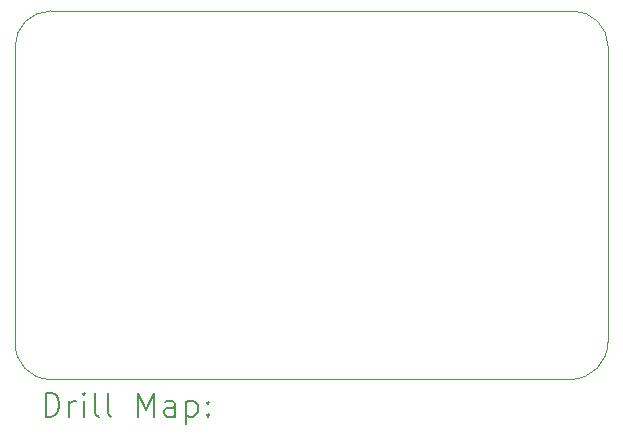
<source format=gbr>
%TF.GenerationSoftware,KiCad,Pcbnew,9.0.2-9.0.2-0~ubuntu24.04.1*%
%TF.CreationDate,2025-05-13T17:43:29+02:00*%
%TF.ProjectId,RCFavoritControlBoard,52434661-766f-4726-9974-436f6e74726f,rev?*%
%TF.SameCoordinates,Original*%
%TF.FileFunction,Drillmap*%
%TF.FilePolarity,Positive*%
%FSLAX45Y45*%
G04 Gerber Fmt 4.5, Leading zero omitted, Abs format (unit mm)*
G04 Created by KiCad (PCBNEW 9.0.2-9.0.2-0~ubuntu24.04.1) date 2025-05-13 17:43:29*
%MOMM*%
%LPD*%
G01*
G04 APERTURE LIST*
%ADD10C,0.050000*%
%ADD11C,0.200000*%
G04 APERTURE END LIST*
D10*
X16900000Y-10720000D02*
X12500000Y-10720000D01*
X16920000Y-7600000D02*
G75*
G02*
X17220000Y-7900000I0J-300000D01*
G01*
X12200000Y-7900000D02*
X12200000Y-10400000D01*
X12200000Y-7900000D02*
G75*
G02*
X12500000Y-7600000I300000J0D01*
G01*
X12500000Y-10720000D02*
G75*
G02*
X12200664Y-10400044I0J300000D01*
G01*
X17220000Y-10400000D02*
G75*
G02*
X16900000Y-10720000I-320000J0D01*
G01*
X17220000Y-7900000D02*
X17220000Y-10400000D01*
X12500000Y-7600000D02*
X16920000Y-7600000D01*
D11*
X12458277Y-11033984D02*
X12458277Y-10833984D01*
X12458277Y-10833984D02*
X12505896Y-10833984D01*
X12505896Y-10833984D02*
X12534467Y-10843508D01*
X12534467Y-10843508D02*
X12553515Y-10862555D01*
X12553515Y-10862555D02*
X12563039Y-10881603D01*
X12563039Y-10881603D02*
X12572562Y-10919698D01*
X12572562Y-10919698D02*
X12572562Y-10948270D01*
X12572562Y-10948270D02*
X12563039Y-10986365D01*
X12563039Y-10986365D02*
X12553515Y-11005412D01*
X12553515Y-11005412D02*
X12534467Y-11024460D01*
X12534467Y-11024460D02*
X12505896Y-11033984D01*
X12505896Y-11033984D02*
X12458277Y-11033984D01*
X12658277Y-11033984D02*
X12658277Y-10900650D01*
X12658277Y-10938746D02*
X12667801Y-10919698D01*
X12667801Y-10919698D02*
X12677324Y-10910174D01*
X12677324Y-10910174D02*
X12696372Y-10900650D01*
X12696372Y-10900650D02*
X12715420Y-10900650D01*
X12782086Y-11033984D02*
X12782086Y-10900650D01*
X12782086Y-10833984D02*
X12772562Y-10843508D01*
X12772562Y-10843508D02*
X12782086Y-10853031D01*
X12782086Y-10853031D02*
X12791610Y-10843508D01*
X12791610Y-10843508D02*
X12782086Y-10833984D01*
X12782086Y-10833984D02*
X12782086Y-10853031D01*
X12905896Y-11033984D02*
X12886848Y-11024460D01*
X12886848Y-11024460D02*
X12877324Y-11005412D01*
X12877324Y-11005412D02*
X12877324Y-10833984D01*
X13010658Y-11033984D02*
X12991610Y-11024460D01*
X12991610Y-11024460D02*
X12982086Y-11005412D01*
X12982086Y-11005412D02*
X12982086Y-10833984D01*
X13239229Y-11033984D02*
X13239229Y-10833984D01*
X13239229Y-10833984D02*
X13305896Y-10976841D01*
X13305896Y-10976841D02*
X13372562Y-10833984D01*
X13372562Y-10833984D02*
X13372562Y-11033984D01*
X13553515Y-11033984D02*
X13553515Y-10929222D01*
X13553515Y-10929222D02*
X13543991Y-10910174D01*
X13543991Y-10910174D02*
X13524943Y-10900650D01*
X13524943Y-10900650D02*
X13486848Y-10900650D01*
X13486848Y-10900650D02*
X13467801Y-10910174D01*
X13553515Y-11024460D02*
X13534467Y-11033984D01*
X13534467Y-11033984D02*
X13486848Y-11033984D01*
X13486848Y-11033984D02*
X13467801Y-11024460D01*
X13467801Y-11024460D02*
X13458277Y-11005412D01*
X13458277Y-11005412D02*
X13458277Y-10986365D01*
X13458277Y-10986365D02*
X13467801Y-10967317D01*
X13467801Y-10967317D02*
X13486848Y-10957793D01*
X13486848Y-10957793D02*
X13534467Y-10957793D01*
X13534467Y-10957793D02*
X13553515Y-10948270D01*
X13648753Y-10900650D02*
X13648753Y-11100650D01*
X13648753Y-10910174D02*
X13667801Y-10900650D01*
X13667801Y-10900650D02*
X13705896Y-10900650D01*
X13705896Y-10900650D02*
X13724943Y-10910174D01*
X13724943Y-10910174D02*
X13734467Y-10919698D01*
X13734467Y-10919698D02*
X13743991Y-10938746D01*
X13743991Y-10938746D02*
X13743991Y-10995889D01*
X13743991Y-10995889D02*
X13734467Y-11014936D01*
X13734467Y-11014936D02*
X13724943Y-11024460D01*
X13724943Y-11024460D02*
X13705896Y-11033984D01*
X13705896Y-11033984D02*
X13667801Y-11033984D01*
X13667801Y-11033984D02*
X13648753Y-11024460D01*
X13829705Y-11014936D02*
X13839229Y-11024460D01*
X13839229Y-11024460D02*
X13829705Y-11033984D01*
X13829705Y-11033984D02*
X13820182Y-11024460D01*
X13820182Y-11024460D02*
X13829705Y-11014936D01*
X13829705Y-11014936D02*
X13829705Y-11033984D01*
X13829705Y-10910174D02*
X13839229Y-10919698D01*
X13839229Y-10919698D02*
X13829705Y-10929222D01*
X13829705Y-10929222D02*
X13820182Y-10919698D01*
X13820182Y-10919698D02*
X13829705Y-10910174D01*
X13829705Y-10910174D02*
X13829705Y-10929222D01*
M02*

</source>
